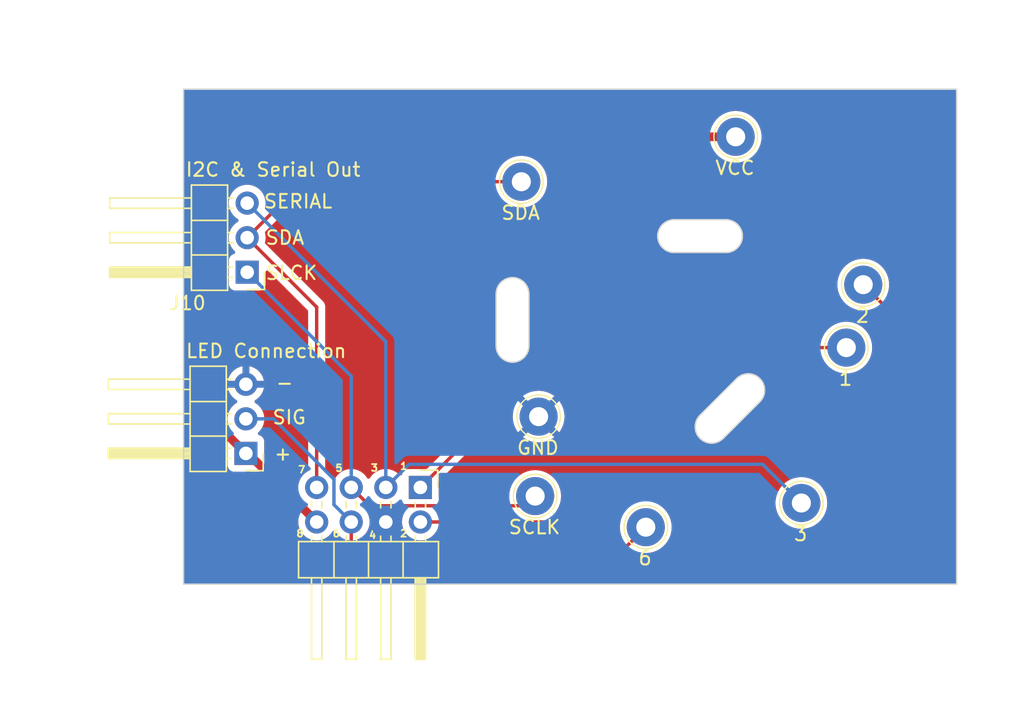
<source format=kicad_pcb>
(kicad_pcb (version 20221018) (generator pcbnew)
  (layers (0 "F.Cu" signal) (31 "B.Cu" signal) (34 "B.Paste" user) (35 "F.Paste" user) (36 "B.SilkS" user "B.Silkscreen") (37 "F.SilkS" user "F.Silkscreen") (38 "B.Mask" user) (39 "F.Mask" user) (44 "Edge.Cuts" user))
  (net 0 "")
  (net 1 "Net-(J1-Pin_1)")
  (net 2 "Net-(J2-Pin_1)")
  (net 3 "Net-(J10-Pin_3)")
  (net 4 "Net-(J10-Pin_1)")
  (net 5 "Net-(J11-Pin_2)")
  (net 6 "Net-(J10-Pin_2)")
  (net 7 "Net-(J11-Pin_1)")
  (net 8 "GND")
  (footprint "Library:P75-E2 Through Hole" (layer "F.Cu") (at 149.6822 107.569)
    (fp_text reference "J3")
    (fp_text value "3" (at -0.0508 2.286 unlocked) (layer "F.SilkS"))
    (fp_circle (center 0 0) (end 1.6 0) (stroke (width 0.1)) (fill none) (layer "F.SilkS"))
    (pad "1" thru_hole circle (at 0 0) (size 2.8 2.8) (drill 1.4) (layers "*.Cu" "*.Mask") (net 3 "Net-(J10-Pin_3)"))
  )
  (footprint "Connector_PinHeader_2.54mm:PinHeader_1x03_P2.54mm_Horizontal" (layer "F.Cu") (at 108.8706 103.9218 180)
    (fp_text reference "J11" hide)
    (fp_text value "LED Connection" (at -1.4924 7.5288) (layer "F.SilkS"))
    (fp_line (start -1.27 -1.27) (end 0 -1.27) (stroke (width 0.12)) (layer "F.SilkS"))
    (fp_line (start -1.27 0) (end -1.27 -1.27) (stroke (width 0.12)) (layer "F.SilkS"))
    (fp_line (start 1.042929 2.16) (end 1.44 2.16) (stroke (width 0.12)) (layer "F.SilkS"))
    (fp_line (start 1.042929 2.92) (end 1.44 2.92) (stroke (width 0.12)) (layer "F.SilkS"))
    (fp_line (start 1.042929 4.7) (end 1.44 4.7) (stroke (width 0.12)) (layer "F.SilkS"))
    (fp_line (start 1.042929 5.46) (end 1.44 5.46) (stroke (width 0.12)) (layer "F.SilkS"))
    (fp_line (start 1.11 -0.38) (end 1.44 -0.38) (stroke (width 0.12)) (layer "F.SilkS"))
    (fp_line (start 1.11 0.38) (end 1.44 0.38) (stroke (width 0.12)) (layer "F.SilkS"))
    (fp_line (start 1.44 -1.33) (end 1.44 6.41) (stroke (width 0.12)) (layer "F.SilkS"))
    (fp_line (start 1.44 1.27) (end 4.1 1.27) (stroke (width 0.12)) (layer "F.SilkS"))
    (fp_line (start 1.44 3.81) (end 4.1 3.81) (stroke (width 0.12)) (layer "F.SilkS"))
    (fp_line (start 1.44 6.41) (end 4.1 6.41) (stroke (width 0.12)) (layer "F.SilkS"))
    (fp_line (start 4.1 -1.33) (end 1.44 -1.33) (stroke (width 0.12)) (layer "F.SilkS"))
    (fp_line (start 4.1 -0.38) (end 10.1 -0.38) (stroke (width 0.12)) (layer "F.SilkS"))
    (fp_line (start 4.1 -0.32) (end 10.1 -0.32) (stroke (width 0.12)) (layer "F.SilkS"))
    (fp_line (start 4.1 -0.2) (end 10.1 -0.2) (stroke (width 0.12)) (layer "F.SilkS"))
    (fp_line (start 4.1 -0.08) (end 10.1 -0.08) (stroke (width 0.12)) (layer "F.SilkS"))
    (fp_line (start 4.1 0.04) (end 10.1 0.04) (stroke (width 0.12)) (layer "F.SilkS"))
    (fp_line (start 4.1 0.16) (end 10.1 0.16) (stroke (width 0.12)) (layer "F.SilkS"))
    (fp_line (start 4.1 0.28) (end 10.1 0.28) (stroke (width 0.12)) (layer "F.SilkS"))
    (fp_line (start 4.1 2.16) (end 10.1 2.16) (stroke (width 0.12)) (layer "F.SilkS"))
    (fp_line (start 4.1 4.7) (end 10.1 4.7) (stroke (width 0.12)) (layer "F.SilkS"))
    (fp_line (start 4.1 6.41) (end 4.1 -1.33) (stroke (width 0.12)) (layer "F.SilkS"))
    (fp_line (start 10.1 -0.38) (end 10.1 0.38) (stroke (width 0.12)) (layer "F.SilkS"))
    (fp_line (start 10.1 0.38) (end 4.1 0.38) (stroke (width 0.12)) (layer "F.SilkS"))
    (fp_line (start 10.1 2.16) (end 10.1 2.92) (stroke (width 0.12)) (layer "F.SilkS"))
    (fp_line (start 10.1 2.92) (end 4.1 2.92) (stroke (width 0.12)) (layer "F.SilkS"))
    (fp_line (start 10.1 4.7) (end 10.1 5.46) (stroke (width 0.12)) (layer "F.SilkS"))
    (fp_line (start 10.1 5.46) (end 4.1 5.46) (stroke (width 0.12)) (layer "F.SilkS"))
    (pad "1" thru_hole rect (at 0 0 180) (size 1.7 1.7) (drill 1) (layers "*.Cu" "*.Mask") (net 7 "Net-(J11-Pin_1)"))
    (pad "2" thru_hole oval (at 0 2.54 180) (size 1.7 1.7) (drill 1) (layers "*.Cu" "*.Mask") (net 5 "Net-(J11-Pin_2)"))
    (pad "3" thru_hole oval (at 0 5.08 180) (size 1.7 1.7) (drill 1) (layers "*.Cu" "*.Mask") (net 8 "GND"))
  )
  (footprint "Library:P75-E2 Through Hole" (layer "F.Cu") (at 144.8562 80.645)
    (fp_text reference "J8")
    (fp_text value "VCC" (at -0.0508 2.286 unlocked) (layer "F.SilkS"))
    (fp_circle (center 0 0) (end 1.6 0) (stroke (width 0.1)) (fill none) (layer "F.SilkS"))
    (pad "1" thru_hole circle (at 0 0) (size 2.8 2.8) (drill 1.4) (layers "*.Cu" "*.Mask") (net 7 "Net-(J11-Pin_1)"))
  )
  (footprint "Library:P75-E2 Through Hole" (layer "F.Cu") (at 130.1242 107.061)
    (fp_text reference "J5")
    (fp_text value "SCLK" (at -0.0508 2.286 unlocked) (layer "F.SilkS"))
    (fp_circle (center 0 0) (end 1.6 0) (stroke (width 0.1)) (fill none) (layer "F.SilkS"))
    (pad "1" thru_hole circle (at 0 0) (size 2.8 2.8) (drill 1.4) (layers "*.Cu" "*.Mask") (net 4 "Net-(J10-Pin_1)"))
  )
  (footprint "Library:P75-E2 Through Hole" (layer "F.Cu") (at 152.9842 96.144134)
    (fp_text reference "J1")
    (fp_text value "1" (at -0.0508 2.286 unlocked) (layer "F.SilkS"))
    (fp_circle (center 0 0) (end 1.6 0) (stroke (width 0.1)) (fill none) (layer "F.SilkS"))
    (pad "1" thru_hole circle (at 0 0) (size 2.8 2.8) (drill 1.4) (layers "*.Cu" "*.Mask") (net 1 "Net-(J1-Pin_1)"))
  )
  (footprint "Library:P75-E2 Through Hole" (layer "F.Cu") (at 130.3782 101.219)
    (fp_text reference "J4")
    (fp_text value "GND" (at -0.0508 2.286 unlocked) (layer "F.SilkS"))
    (fp_circle (center 0 0) (end 1.6 0) (stroke (width 0.1)) (fill none) (layer "F.SilkS"))
    (pad "1" thru_hole circle (at 0 0) (size 2.8 2.8) (drill 1.4) (layers "*.Cu" "*.Mask") (net 8 "GND"))
  )
  (footprint "Connector_PinHeader_2.54mm:PinHeader_2x04_P2.54mm_Horizontal" (layer "F.Cu") (at 121.6914 106.426 -90)
    (fp_text reference "J9" hide)
    (fp_text value "ISP Connection")
    (fp_line (start -1.27 -1.27) (end 0 -1.27) (stroke (width 0.12)) (layer "F.SilkS"))
    (fp_line (start -1.27 0) (end -1.27 -1.27) (stroke (width 0.12)) (layer "F.SilkS"))
    (fp_line (start 1.042929 2.16) (end 1.497071 2.16) (stroke (width 0.12)) (layer "F.SilkS"))
    (fp_line (start 1.042929 2.92) (end 1.497071 2.92) (stroke (width 0.12)) (layer "F.SilkS"))
    (fp_line (start 1.042929 4.7) (end 1.497071 4.7) (stroke (width 0.12)) (layer "F.SilkS"))
    (fp_line (start 1.042929 5.46) (end 1.497071 5.46) (stroke (width 0.12)) (layer "F.SilkS"))
    (fp_line (start 1.042929 7.24) (end 1.497071 7.24) (stroke (width 0.12)) (layer "F.SilkS"))
    (fp_line (start 1.042929 8) (end 1.497071 8) (stroke (width 0.12)) (layer "F.SilkS"))
    (fp_line (start 1.11 -0.38) (end 1.497071 -0.38) (stroke (width 0.12)) (layer "F.SilkS"))
    (fp_line (start 1.11 0.38) (end 1.497071 0.38) (stroke (width 0.12)) (layer "F.SilkS"))
    (fp_line (start 3.582929 -0.38) (end 3.98 -0.38) (stroke (width 0.12)) (layer "F.SilkS"))
    (fp_line (start 3.582929 0.38) (end 3.98 0.38) (stroke (width 0.12)) (layer "F.SilkS"))
    (fp_line (start 3.582929 2.16) (end 3.98 2.16) (stroke (width 0.12)) (layer "F.SilkS"))
    (fp_line (start 3.582929 2.92) (end 3.98 2.92) (stroke (width 0.12)) (layer "F.SilkS"))
    (fp_line (start 3.582929 4.7) (end 3.98 4.7) (stroke (width 0.12)) (layer "F.SilkS"))
    (fp_line (start 3.582929 5.46) (end 3.98 5.46) (stroke (width 0.12)) (layer "F.SilkS"))
    (fp_line (start 3.582929 7.24) (end 3.98 7.24) (stroke (width 0.12)) (layer "F.SilkS"))
    (fp_line (start 3.582929 8) (end 3.98 8) (stroke (width 0.12)) (layer "F.SilkS"))
    (fp_line (start 3.98 -1.33) (end 3.98 8.95) (stroke (width 0.12)) (layer "F.SilkS"))
    (fp_line (start 3.98 1.27) (end 6.64 1.27) (stroke (width 0.12)) (layer "F.SilkS"))
    (fp_line (start 3.98 3.81) (end 6.64 3.81) (stroke (width 0.12)) (layer "F.SilkS"))
    (fp_line (start 3.98 6.35) (end 6.64 6.35) (stroke (width 0.12)) (layer "F.SilkS"))
    (fp_line (start 3.98 8.95) (end 6.64 8.95) (stroke (width 0.12)) (layer "F.SilkS"))
    (fp_line (start 6.64 -1.33) (end 3.98 -1.33) (stroke (width 0.12)) (layer "F.SilkS"))
    (fp_line (start 6.64 -0.38) (end 12.64 -0.38) (stroke (width 0.12)) (layer "F.SilkS"))
    (fp_line (start 6.64 -0.32) (end 12.64 -0.32) (stroke (width 0.12)) (layer "F.SilkS"))
    (fp_line (start 6.64 -0.2) (end 12.64 -0.2) (stroke (width 0.12)) (layer "F.SilkS"))
    (fp_line (start 6.64 -0.08) (end 12.64 -0.08) (stroke (width 0.12)) (layer "F.SilkS"))
    (fp_line (start 6.64 0.04) (end 12.64 0.04) (stroke (width 0.12)) (layer "F.SilkS"))
    (fp_line (start 6.64 0.16) (end 12.64 0.16) (stroke (width 0.12)) (layer "F.SilkS"))
    (fp_line (start 6.64 0.28) (end 12.64 0.28) (stroke (width 0.12)) (layer "F.SilkS"))
    (fp_line (start 6.64 2.16) (end 12.64 2.16) (stroke (width 0.12)) (layer "F.SilkS"))
    (fp_line (start 6.64 4.7) (end 12.64 4.7) (stroke (width 0.12)) (layer "F.SilkS"))
    (fp_line (start 6.64 7.24) (end 12.64 7.24) (stroke (width 0.12)) (layer "F.SilkS"))
    (fp_line (start 6.64 8.95) (end 6.64 -1.33) (stroke (width 0.12)) (layer "F.SilkS"))
    (fp_line (start 12.64 -0.38) (end 12.64 0.38) (stroke (width 0.12)) (layer "F.SilkS"))
    (fp_line (start 12.64 0.38) (end 6.64 0.38) (stroke (width 0.12)) (layer "F.SilkS"))
    (fp_line (start 12.64 2.16) (end 12.64 2.92) (stroke (width 0.12)) (layer "F.SilkS"))
    (fp_line (start 12.64 2.92) (end 6.64 2.92) (stroke (width 0.12)) (layer "F.SilkS"))
    (fp_line (start 12.64 4.7) (end 12.64 5.46) (stroke (width 0.12)) (layer "F.SilkS"))
    (fp_line (start 12.64 5.46) (end 6.64 5.46) (stroke (width 0.12)) (layer "F.SilkS"))
    (fp_line (start 12.64 7.24) (end 12.64 8) (stroke (width 0.12)) (layer "F.SilkS"))
    (fp_line (start 12.64 8) (end 6.64 8) (stroke (width 0.12)) (layer "F.SilkS"))
    (pad "1" thru_hole rect (at 0 0 270) (size 1.7 1.7) (drill 1) (layers "*.Cu" "*.Mask") (net 1 "Net-(J1-Pin_1)"))
    (pad "2" thru_hole oval (at 2.54 0 270) (size 1.7 1.7) (drill 1) (layers "*.Cu" "*.Mask") (net 2 "Net-(J2-Pin_1)"))
    (pad "3" thru_hole oval (at 0 2.54 270) (size 1.7 1.7) (drill 1) (layers "*.Cu" "*.Mask") (net 3 "Net-(J10-Pin_3)"))
    (pad "4" thru_hole oval (at 2.54 2.54 270) (size 1.7 1.7) (drill 1) (layers "*.Cu" "*.Mask") (net 8 "GND"))
    (pad "5" thru_hole oval (at 0 5.08 270) (size 1.7 1.7) (drill 1) (layers "*.Cu" "*.Mask") (net 4 "Net-(J10-Pin_1)"))
    (pad "6" thru_hole oval (at 2.54 5.08 270) (size 1.7 1.7) (drill 1) (layers "*.Cu" "*.Mask") (net 5 "Net-(J11-Pin_2)"))
    (pad "7" thru_hole oval (at 0 7.62 270) (size 1.7 1.7) (drill 1) (layers "*.Cu" "*.Mask") (net 6 "Net-(J10-Pin_2)"))
    (pad "8" thru_hole oval (at 2.54 7.62 270) (size 1.7 1.7) (drill 1) (layers "*.Cu" "*.Mask") (net 7 "Net-(J11-Pin_1)"))
  )
  (footprint "Library:P75-E2 Through Hole" (layer "F.Cu") (at 138.2522 109.347)
    (fp_text reference "J6")
    (fp_text value "6" (at -0.0508 2.286 unlocked) (layer "F.SilkS"))
    (fp_circle (center 0 0) (end 1.6 0) (stroke (width 0.1)) (fill none) (layer "F.SilkS"))
    (pad "1" thru_hole circle (at 0 0) (size 2.8 2.8) (drill 1.4) (layers "*.Cu" "*.Mask") (net 5 "Net-(J11-Pin_2)"))
  )
  (footprint "Library:P75-E2 Through Hole" (layer "F.Cu") (at 129.1082 83.947)
    (fp_text reference "J7")
    (fp_text value "SDA" (at -0.0508 2.286 unlocked) (layer "F.SilkS"))
    (fp_circle (center 0 0) (end 1.6 0) (stroke (width 0.1)) (fill none) (layer "F.SilkS"))
    (pad "1" thru_hole circle (at 0 0) (size 2.8 2.8) (drill 1.4) (layers "*.Cu" "*.Mask") (net 6 "Net-(J10-Pin_2)"))
  )
  (footprint "Connector_PinHeader_2.54mm:PinHeader_1x03_P2.54mm_Horizontal" (layer "F.Cu") (at 108.966 90.6018 180)
    (fp_text reference "J10" (at 4.385 -2.27) (layer "F.SilkS"))
    (fp_text value "I2C & Serial Out" (at -1.905 7.5438) (layer "F.SilkS"))
    (fp_line (start -1.27 -1.27) (end 0 -1.27) (stroke (width 0.12)) (layer "F.SilkS"))
    (fp_line (start -1.27 0) (end -1.27 -1.27) (stroke (width 0.12)) (layer "F.SilkS"))
    (fp_line (start 1.042929 2.16) (end 1.44 2.16) (stroke (width 0.12)) (layer "F.SilkS"))
    (fp_line (start 1.042929 2.92) (end 1.44 2.92) (stroke (width 0.12)) (layer "F.SilkS"))
    (fp_line (start 1.042929 4.7) (end 1.44 4.7) (stroke (width 0.12)) (layer "F.SilkS"))
    (fp_line (start 1.042929 5.46) (end 1.44 5.46) (stroke (width 0.12)) (layer "F.SilkS"))
    (fp_line (start 1.11 -0.38) (end 1.44 -0.38) (stroke (width 0.12)) (layer "F.SilkS"))
    (fp_line (start 1.11 0.38) (end 1.44 0.38) (stroke (width 0.12)) (layer "F.SilkS"))
    (fp_line (start 1.44 -1.33) (end 1.44 6.41) (stroke (width 0.12)) (layer "F.SilkS"))
    (fp_line (start 1.44 1.27) (end 4.1 1.27) (stroke (width 0.12)) (layer "F.SilkS"))
    (fp_line (start 1.44 3.81) (end 4.1 3.81) (stroke (width 0.12)) (layer "F.SilkS"))
    (fp_line (start 1.44 6.41) (end 4.1 6.41) (stroke (width 0.12)) (layer "F.SilkS"))
    (fp_line (start 4.1 -1.33) (end 1.44 -1.33) (stroke (width 0.12)) (layer "F.SilkS"))
    (fp_line (start 4.1 -0.38) (end 10.1 -0.38) (stroke (width 0.12)) (layer "F.SilkS"))
    (fp_line (start 4.1 -0.32) (end 10.1 -0.32) (stroke (width 0.12)) (layer "F.SilkS"))
    (fp_line (start 4.1 -0.2) (end 10.1 -0.2) (stroke (width 0.12)) (layer "F.SilkS"))
    (fp_line (start 4.1 -0.08) (end 10.1 -0.08) (stroke (width 0.12)) (layer "F.SilkS"))
    (fp_line (start 4.1 0.04) (end 10.1 0.04) (stroke (width 0.12)) (layer "F.SilkS"))
    (fp_line (start 4.1 0.16) (end 10.1 0.16) (stroke (width 0.12)) (layer "F.SilkS"))
    (fp_line (start 4.1 0.28) (end 10.1 0.28) (stroke (width 0.12)) (layer "F.SilkS"))
    (fp_line (start 4.1 2.16) (end 10.1 2.16) (stroke (width 0.12)) (layer "F.SilkS"))
    (fp_line (start 4.1 4.7) (end 10.1 4.7) (stroke (width 0.12)) (layer "F.SilkS"))
    (fp_line (start 4.1 6.41) (end 4.1 -1.33) (stroke (width 0.12)) (layer "F.SilkS"))
    (fp_line (start 10.1 -0.38) (end 10.1 0.38) (stroke (width 0.12)) (layer "F.SilkS"))
    (fp_line (start 10.1 0.38) (end 4.1 0.38) (stroke (width 0.12)) (layer "F.SilkS"))
    (fp_line (start 10.1 2.16) (end 10.1 2.92) (stroke (width 0.12)) (layer "F.SilkS"))
    (fp_line (start 10.1 2.92) (end 4.1 2.92) (stroke (width 0.12)) (layer "F.SilkS"))
    (fp_line (start 10.1 4.7) (end 10.1 5.46) (stroke (width 0.12)) (layer "F.SilkS"))
    (fp_line (start 10.1 5.46) (end 4.1 5.46) (stroke (width 0.12)) (layer "F.SilkS"))
    (pad "1" thru_hole rect (at 0 0 180) (size 1.7 1.7) (drill 1) (layers "*.Cu" "*.Mask") (net 4 "Net-(J10-Pin_1)"))
    (pad "2" thru_hole oval (at 0 2.54 180) (size 1.7 1.7) (drill 1) (layers "*.Cu" "*.Mask") (net 6 "Net-(J10-Pin_2)"))
    (pad "3" thru_hole oval (at 0 5.08 180) (size 1.7 1.7) (drill 1) (layers "*.Cu" "*.Mask") (net 3 "Net-(J10-Pin_3)"))
  )
  (footprint "Library:P75-E2 Through Hole" (layer "F.Cu") (at 154.2288 91.5162)
    (fp_text reference "J2")
    (fp_text value "2" (at -0.0508 2.286 unlocked) (layer "F.SilkS"))
    (fp_circle (center 0 0) (end 1.6 0) (stroke (width 0.1)) (fill none) (layer "F.SilkS"))
    (pad "1" thru_hole circle (at 0 0) (size 2.8 2.8) (drill 1.4) (layers "*.Cu" "*.Mask") (net 2 "Net-(J2-Pin_1)"))
  )
  (gr_arc (start 129.667 96.012) (mid 128.4605 97.2185) (end 127.254 96.012) (stroke (width 0.1)) (layer "Edge.Cuts"))
  (gr_arc (start 140.335 89.154) (mid 139.1285 87.9475) (end 140.335 86.741) (stroke (width 0.1)) (layer "Edge.Cuts"))
  (gr_line (start 144.145 89.154) (end 140.335 89.154) (stroke (width 0.1)) (layer "Edge.Cuts"))
  (gr_arc (start 143.940961 102.820038) (mid 142.234712 102.820038) (end 142.234712 101.113789) (stroke (width 0.1)) (layer "Edge.Cuts"))
  (gr_line (start 140.335 86.741) (end 144.145 86.741) (stroke (width 0.1)) (layer "Edge.Cuts"))
  (gr_rect (start 104.2924 77.1398) (end 161.0868 113.538) (stroke (width 0.1)) (fill none) (layer "Edge.Cuts"))
  (gr_line (start 146.635038 100.125961) (end 143.940961 102.820038) (stroke (width 0.1)) (layer "Edge.Cuts"))
  (gr_line (start 127.254 96.012) (end 127.254 92.202) (stroke (width 0.1)) (layer "Edge.Cuts"))
  (gr_arc (start 144.145 86.741) (mid 145.3515 87.9475) (end 144.145 89.154) (stroke (width 0.1)) (layer "Edge.Cuts"))
  (gr_arc (start 127.254 92.202) (mid 128.4605 90.9955) (end 129.667 92.202) (stroke (width 0.1)) (layer "Edge.Cuts"))
  (gr_line (start 142.234712 101.113789) (end 144.928789 98.419712) (stroke (width 0.1)) (layer "Edge.Cuts"))
  (gr_arc (start 144.928789 98.419712) (mid 146.635038 98.419712) (end 146.635038 100.125961) (stroke (width 0.1)) (layer "Edge.Cuts"))
  (gr_line (start 129.667 92.202) (end 129.667 96.012) (stroke (width 0.1)) (layer "Edge.Cuts"))
  (gr_text "SIG" (at 110.744 101.854) (layer "F.SilkS") (effects (font (size 1 1)) (justify left bottom)))
  (gr_text "4" (at 117.856 110.236) (layer "F.SilkS") (effects (font (size 0.508 0.508) (thickness 0.127) bold) (justify left bottom)))
  (gr_text "2" (at 120.142 110.109) (layer "F.SilkS") (effects (font (size 0.508 0.508) (thickness 0.127) bold) (justify left bottom)))
  (gr_text "5" (at 115.384941 105.302545) (layer "F.SilkS") (effects (font (size 0.508 0.508) (thickness 0.127) bold) (justify left bottom)))
  (gr_text "SDA" (at 110.236 88.646) (layer "F.SilkS") (effects (font (size 1 1)) (justify left bottom)))
  (gr_text "1" (at 120.142 105.156) (layer "F.SilkS") (effects (font (size 0.508 0.508) (thickness 0.127) bold) (justify left bottom)))
  (gr_text "SLCK" (at 110.236 91.2368) (layer "F.SilkS") (effects (font (size 1 1)) (justify left bottom)))
  (gr_text "7" (at 112.649 105.41) (layer "F.SilkS") (effects (font (size 0.508 0.508) (thickness 0.127) bold) (justify left bottom)))
  (gr_text "SERIAL" (at 110.109 85.979) (layer "F.SilkS") (effects (font (size 1 1)) (justify left bottom)))
  (gr_text "3" (at 117.983 105.283) (layer "F.SilkS") (effects (font (size 0.508 0.508) (thickness 0.127) bold) (justify left bottom)))
  (gr_text "-" (at 110.998 99.314) (layer "F.SilkS") (effects (font (size 1 1)) (justify left bottom)))
  (gr_text "+" (at 110.871 104.521) (layer "F.SilkS") (effects (font (size 1 1)) (justify left bottom)))
  (gr_text "6" (at 115.189 110.109) (layer "F.SilkS") (effects (font (size 0.508 0.508) (thickness 0.127) bold) (justify left bottom)))
  (gr_text "8" (at 112.522 110.109) (layer "F.SilkS") (effects (font (size 0.508 0.508) (thickness 0.127) bold) (justify left bottom)))
  (segment (start 152.9842 96.144134) (end 131.973266 96.144134) (width 0.25) (layer "F.Cu") (net 1))
  (segment (start 131.973266 96.144134) (end 121.6914 106.426) (width 0.25) (layer "F.Cu") (net 1))
  (segment (start 150 112.5) (end 152.5 112.5) (width 0.25) (layer "F.Cu") (net 2))
  (segment (start 121.6914 108.966) (end 135.128 108.966) (width 0.25) (layer "F.Cu") (net 2))
  (segment (start 157.5 107.5) (end 157.5 94.7874) (width 0.25) (layer "F.Cu") (net 2))
  (segment (start 137.16 106.934) (end 144.434 106.934) (width 0.25) (layer "F.Cu") (net 2))
  (segment (start 144.434 106.934) (end 150 112.5) (width 0.25) (layer "F.Cu") (net 2))
  (segment (start 152.5 112.5) (end 157.5 107.5) (width 0.25) (layer "F.Cu") (net 2))
  (segment (start 135.128 108.966) (end 137.16 106.934) (width 0.25) (layer "F.Cu") (net 2))
  (segment (start 157.5 94.7874) (end 154.2288 91.5162) (width 0.25) (layer "F.Cu") (net 2))
  (segment (start 149.6822 107.569) (end 146.8374 104.7242) (width 0.25) (layer "B.Cu") (net 3))
  (segment (start 146.8374 104.7242) (end 120.8532 104.7242) (width 0.25) (layer "B.Cu") (net 3))
  (segment (start 108.966 85.5218) (end 119.1514 95.7072) (width 0.25) (layer "B.Cu") (net 3))
  (segment (start 120.8532 104.7242) (end 119.1514 106.426) (width 0.25) (layer "B.Cu") (net 3))
  (segment (start 119.1514 95.7072) (end 119.1514 106.426) (width 0.25) (layer "B.Cu") (net 3))
  (segment (start 117.9576 107.7722) (end 116.6114 106.426) (width 0.25) (layer "F.Cu") (net 4))
  (segment (start 130.1242 107.061) (end 129.413 107.7722) (width 0.25) (layer "F.Cu") (net 4))
  (segment (start 129.413 107.7722) (end 117.9576 107.7722) (width 0.25) (layer "F.Cu") (net 4))
  (segment (start 108.966 90.6018) (end 116.6114 98.2472) (width 0.25) (layer "B.Cu") (net 4))
  (segment (start 116.6114 98.2472) (end 116.6114 106.426) (width 0.25) (layer "B.Cu") (net 4))
  (segment (start 138.2522 109.347) (end 136.1948 111.4044) (width 0.25) (layer "F.Cu") (net 5))
  (segment (start 116.84 111.4044) (end 116.6114 111.1758) (width 0.25) (layer "F.Cu") (net 5))
  (segment (start 116.6114 111.1758) (end 116.6114 108.966) (width 0.25) (layer "F.Cu") (net 5))
  (segment (start 136.1948 111.4044) (end 116.84 111.4044) (width 0.25) (layer "F.Cu") (net 5))
  (segment (start 110.9068 101.3818) (end 115.3414 105.8164) (width 0.25) (layer "B.Cu") (net 5))
  (segment (start 108.8706 101.3818) (end 110.9068 101.3818) (width 0.25) (layer "B.Cu") (net 5))
  (segment (start 115.3414 105.8164) (end 115.3414 107.696) (width 0.25) (layer "B.Cu") (net 5))
  (segment (start 115.3414 107.696) (end 116.6114 108.966) (width 0.25) (layer "B.Cu") (net 5))
  (segment (start 114.0714 93.1672) (end 114.0714 106.426) (width 0.25) (layer "F.Cu") (net 6))
  (segment (start 108.966 88.0618) (end 114.0714 93.1672) (width 0.25) (layer "F.Cu") (net 6))
  (segment (start 129.1082 83.947) (end 113.0808 83.947) (width 0.25) (layer "F.Cu") (net 6))
  (segment (start 113.0808 83.947) (end 108.966 88.0618) (width 0.25) (layer "F.Cu") (net 6))
  (segment (start 144.8562 80.645) (end 106.855 80.645) (width 0.635) (layer "F.Cu") (net 7))
  (segment (start 105 100.0512) (end 108.8706 103.9218) (width 0.635) (layer "F.Cu") (net 7))
  (segment (start 106.855 80.645) (end 105 82.5) (width 0.635) (layer "F.Cu") (net 7))
  (segment (start 108.8706 103.9218) (end 109.0272 103.9218) (width 0.25) (layer "F.Cu") (net 7))
  (segment (start 105 82.5) (end 105 100.0512) (width 0.635) (layer "F.Cu") (net 7))
  (segment (start 109.0272 103.9218) (end 114.0714 108.966) (width 0.635) (layer "F.Cu") (net 7))
  (zone (net 8) (net_name "GND") (layers "F&B.Cu") (connect_pads (clearance 0.5)) (min_thickness 0.25) (fill yes (thermal_gap 0.5) (thermal_bridge_width 0.5))
    (polygon (pts (xy 94.1324 72.4408) (xy 165.6334 70.5866) (xy 166.0398 118.6688) (xy 90.8812 122.1486) (xy 91.2622 122.1994) (xy 90.805 122.1994)))
  )
)
</source>
